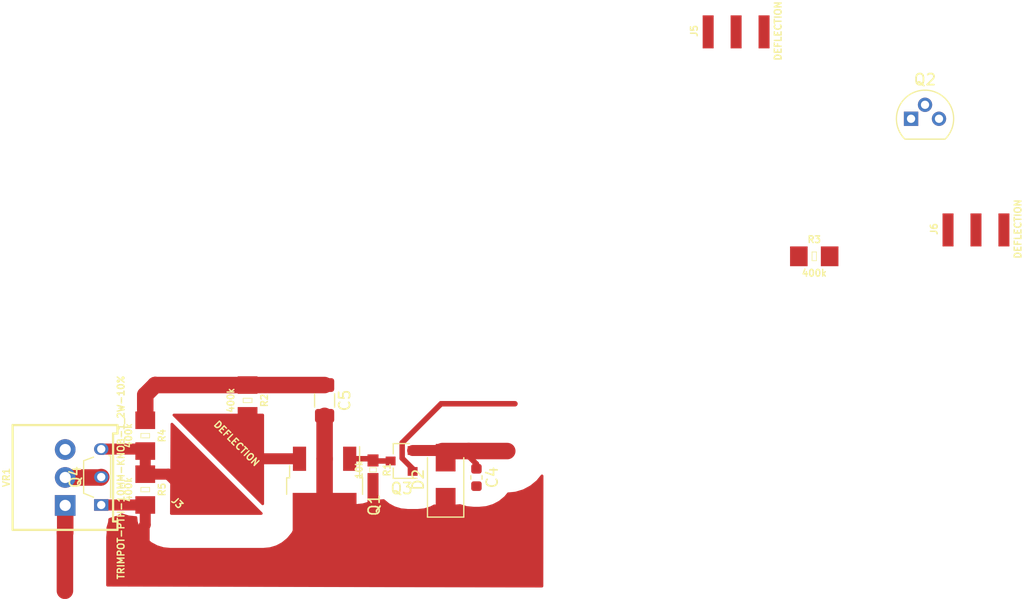
<source format=kicad_pcb>
(kicad_pcb (version 20171130) (host pcbnew 5.1.5+dfsg1-2~bpo9+1)

  (general
    (thickness 1.6)
    (drawings 0)
    (tracks 45)
    (zones 0)
    (modules 16)
    (nets 18)
  )

  (page A4)
  (layers
    (0 F.Cu signal)
    (31 B.Cu signal)
    (32 B.Adhes user)
    (33 F.Adhes user)
    (34 B.Paste user)
    (35 F.Paste user)
    (36 B.SilkS user)
    (37 F.SilkS user)
    (38 B.Mask user)
    (39 F.Mask user)
    (40 Dwgs.User user)
    (41 Cmts.User user)
    (42 Eco1.User user)
    (43 Eco2.User user)
    (44 Edge.Cuts user)
    (45 Margin user)
    (46 B.CrtYd user)
    (47 F.CrtYd user)
    (48 B.Fab user)
    (49 F.Fab user)
  )

  (setup
    (last_trace_width 0.25)
    (user_trace_width 0.5)
    (user_trace_width 1)
    (user_trace_width 1.5)
    (trace_clearance 0.2)
    (zone_clearance 0.5)
    (zone_45_only no)
    (trace_min 0.2)
    (via_size 0.8)
    (via_drill 0.4)
    (via_min_size 0.4)
    (via_min_drill 0.3)
    (uvia_size 0.3)
    (uvia_drill 0.1)
    (uvias_allowed no)
    (uvia_min_size 0.2)
    (uvia_min_drill 0.1)
    (edge_width 0.05)
    (segment_width 0.2)
    (pcb_text_width 0.3)
    (pcb_text_size 1.5 1.5)
    (mod_edge_width 0.12)
    (mod_text_size 1 1)
    (mod_text_width 0.15)
    (pad_size 1.524 1.524)
    (pad_drill 0.762)
    (pad_to_mask_clearance 0.051)
    (solder_mask_min_width 0.25)
    (aux_axis_origin 0 0)
    (visible_elements FFFFFF7F)
    (pcbplotparams
      (layerselection 0x010fc_ffffffff)
      (usegerberextensions false)
      (usegerberattributes false)
      (usegerberadvancedattributes false)
      (creategerberjobfile false)
      (excludeedgelayer true)
      (linewidth 0.150000)
      (plotframeref false)
      (viasonmask false)
      (mode 1)
      (useauxorigin false)
      (hpglpennumber 1)
      (hpglpenspeed 20)
      (hpglpendiameter 15.000000)
      (psnegative false)
      (psa4output false)
      (plotreference true)
      (plotvalue true)
      (plotinvisibletext false)
      (padsonsilk false)
      (subtractmaskfromsilk false)
      (outputformat 1)
      (mirror false)
      (drillshape 1)
      (scaleselection 1)
      (outputdirectory ""))
  )

  (net 0 "")
  (net 1 GND)
  (net 2 5V)
  (net 3 VSWEEP_SLOPE)
  (net 4 HV)
  (net 5 SWEEP)
  (net 6 HV_CENTER)
  (net 7 "Net-(Q1-Pad1)")
  (net 8 "Net-(J5-Pad3)")
  (net 9 "Net-(J5-Pad2)")
  (net 10 "Net-(J5-Pad1)")
  (net 11 "Net-(J6-Pad3)")
  (net 12 "Net-(J6-Pad2)")
  (net 13 "Net-(Q2-Pad2)")
  (net 14 "Net-(Q4-Pad2)")
  (net 15 "Net-(R3-Pad1)")
  (net 16 "Net-(VR1-Pad3)")
  (net 17 COAX)

  (net_class Default "This is the default net class."
    (clearance 0.2)
    (trace_width 0.25)
    (via_dia 0.8)
    (via_drill 0.4)
    (uvia_dia 0.3)
    (uvia_drill 0.1)
    (add_net 5V)
    (add_net COAX)
    (add_net GND)
    (add_net HV)
    (add_net HV_CENTER)
    (add_net "Net-(J5-Pad1)")
    (add_net "Net-(J5-Pad2)")
    (add_net "Net-(J5-Pad3)")
    (add_net "Net-(J6-Pad2)")
    (add_net "Net-(J6-Pad3)")
    (add_net "Net-(Q1-Pad1)")
    (add_net "Net-(Q2-Pad2)")
    (add_net "Net-(Q4-Pad2)")
    (add_net "Net-(R3-Pad1)")
    (add_net "Net-(VR1-Pad3)")
    (add_net SWEEP)
    (add_net VSWEEP_SLOPE)
  )

  (module Resistors:TRIMPOT-PTH-3386U (layer F.Cu) (tedit 200000) (tstamp 60040F30)
    (at 49.4127 40.7 90)
    (descr "TRIMPOT - PTH, TRIMPOT W/ FINGER-ADJUSTABLE KNOB")
    (tags "TRIMPOT - PTH, TRIMPOT W/ FINGER-ADJUSTABLE KNOB")
    (path /601243FF)
    (attr virtual)
    (fp_text reference VR1 (at 0 -5.334 90) (layer F.SilkS)
      (effects (font (size 0.6096 0.6096) (thickness 0.127)))
    )
    (fp_text value TRIMPOT-PTH-10MM-KNOB-1_2W-10% (at 0 5.08 90) (layer F.SilkS)
      (effects (font (size 0.6096 0.6096) (thickness 0.127)))
    )
    (fp_circle (center 0 -0.57404) (end 0 -4.572) (layer Dwgs.User) (width 0.127))
    (fp_line (start 3.99796 4.36372) (end 3.99796 4.7625) (layer F.SilkS) (width 0.2032))
    (fp_line (start -3.99796 4.36372) (end 3.99796 4.36372) (layer F.SilkS) (width 0.2032))
    (fp_line (start -3.99796 4.7625) (end -3.99796 4.36372) (layer F.SilkS) (width 0.2032))
    (fp_line (start 1.4986 -2.19964) (end 0 -3.69824) (layer Dwgs.User) (width 0.127))
    (fp_line (start 0 -3.69824) (end -1.4986 -2.19964) (layer Dwgs.User) (width 0.127))
    (fp_line (start 0.49784 -2.19964) (end 1.4986 -2.19964) (layer Dwgs.User) (width 0.127))
    (fp_line (start 0.49784 1.79832) (end 0.49784 -2.19964) (layer Dwgs.User) (width 0.127))
    (fp_line (start -0.49784 1.79832) (end 0.49784 1.79832) (layer Dwgs.User) (width 0.127))
    (fp_line (start -0.49784 -2.19964) (end -0.49784 1.79832) (layer Dwgs.User) (width 0.127))
    (fp_line (start -1.4986 -2.19964) (end -0.49784 -2.19964) (layer Dwgs.User) (width 0.127))
    (fp_line (start -4.7625 -4.7625) (end -4.7625 4.7625) (layer F.SilkS) (width 0.2032))
    (fp_line (start 4.7625 -4.7625) (end -4.7625 -4.7625) (layer F.SilkS) (width 0.2032))
    (fp_line (start 4.7625 4.7625) (end 4.7625 -4.7625) (layer F.SilkS) (width 0.2032))
    (fp_line (start 3.99796 4.7625) (end 4.7625 4.7625) (layer F.SilkS) (width 0.2032))
    (fp_line (start -4.7625 4.7625) (end -3.99796 4.7625) (layer F.SilkS) (width 0.2032))
    (pad 3 thru_hole circle (at 2.54 0.0127 90) (size 1.8796 1.8796) (drill 1.016) (layers *.Cu *.Mask)
      (net 16 "Net-(VR1-Pad3)") (solder_mask_margin 0.1016))
    (pad 2 thru_hole circle (at 0 0.0127 90) (size 1.8796 1.8796) (drill 1.016) (layers *.Cu *.Mask)
      (net 14 "Net-(Q4-Pad2)") (solder_mask_margin 0.1016))
    (pad 1 thru_hole rect (at -2.54 0.0127 90) (size 1.8796 1.8796) (drill 1.016) (layers *.Cu *.Mask)
      (net 2 5V) (solder_mask_margin 0.1016))
  )

  (module Capacitors:1206 (layer F.Cu) (tedit 200000) (tstamp 60040DD9)
    (at 56.699999 41.8 270)
    (descr "GENERIC 3216 (1206) PACKAGE")
    (tags "GENERIC 3216 (1206) PACKAGE")
    (path /60124DA1)
    (attr smd)
    (fp_text reference R5 (at 0 -1.524 90) (layer F.SilkS)
      (effects (font (size 0.6096 0.6096) (thickness 0.127)))
    )
    (fp_text value 400k (at 0 1.524 90) (layer F.SilkS)
      (effects (font (size 0.6096 0.6096) (thickness 0.127)))
    )
    (fp_line (start -0.96266 0.78486) (end 0.96266 0.78486) (layer Dwgs.User) (width 0.1016))
    (fp_line (start -0.96266 -0.78486) (end 0.96266 -0.78486) (layer Dwgs.User) (width 0.1016))
    (fp_line (start 2.39776 -1.09982) (end 2.39776 1.09982) (layer F.CrtYd) (width 0.0508))
    (fp_line (start -2.39776 1.09982) (end -2.39776 -1.09982) (layer F.CrtYd) (width 0.0508))
    (fp_line (start 2.39776 1.09982) (end -2.39776 1.09982) (layer F.CrtYd) (width 0.0508))
    (fp_line (start -2.39776 -1.09982) (end 2.39776 -1.09982) (layer F.CrtYd) (width 0.0508))
    (fp_line (start -0.19812 0.39878) (end -0.19812 -0.39878) (layer F.SilkS) (width 0.06604))
    (fp_line (start -0.19812 -0.39878) (end 0.19812 -0.39878) (layer F.SilkS) (width 0.06604))
    (fp_line (start 0.19812 0.39878) (end 0.19812 -0.39878) (layer F.SilkS) (width 0.06604))
    (fp_line (start -0.19812 0.39878) (end 0.19812 0.39878) (layer F.SilkS) (width 0.06604))
    (fp_line (start 0.94996 0.84836) (end 0.94996 -0.8509) (layer Dwgs.User) (width 0.06604))
    (fp_line (start 0.94996 -0.8509) (end 1.7018 -0.8509) (layer Dwgs.User) (width 0.06604))
    (fp_line (start 1.7018 0.84836) (end 1.7018 -0.8509) (layer Dwgs.User) (width 0.06604))
    (fp_line (start 0.94996 0.84836) (end 1.7018 0.84836) (layer Dwgs.User) (width 0.06604))
    (fp_line (start -1.7018 0.8509) (end -1.7018 -0.84836) (layer Dwgs.User) (width 0.06604))
    (fp_line (start -1.7018 -0.84836) (end -0.94996 -0.84836) (layer Dwgs.User) (width 0.06604))
    (fp_line (start -0.94996 0.8509) (end -0.94996 -0.84836) (layer Dwgs.User) (width 0.06604))
    (fp_line (start -1.7018 0.8509) (end -0.94996 0.8509) (layer Dwgs.User) (width 0.06604))
    (pad 2 smd rect (at 1.39954 0 270) (size 1.59766 1.79832) (layers F.Cu F.Paste F.Mask)
      (net 1 GND) (solder_mask_margin 0.1016))
    (pad 1 smd rect (at -1.39954 0 270) (size 1.59766 1.79832) (layers F.Cu F.Paste F.Mask)
      (net 6 HV_CENTER) (solder_mask_margin 0.1016))
  )

  (module Capacitors:1206 (layer F.Cu) (tedit 200000) (tstamp 60040DC1)
    (at 56.7 36.9 270)
    (descr "GENERIC 3216 (1206) PACKAGE")
    (tags "GENERIC 3216 (1206) PACKAGE")
    (path /601243F0)
    (attr smd)
    (fp_text reference R4 (at 0 -1.524 90) (layer F.SilkS)
      (effects (font (size 0.6096 0.6096) (thickness 0.127)))
    )
    (fp_text value 400k (at 0 1.524 90) (layer F.SilkS)
      (effects (font (size 0.6096 0.6096) (thickness 0.127)))
    )
    (fp_line (start -0.96266 0.78486) (end 0.96266 0.78486) (layer Dwgs.User) (width 0.1016))
    (fp_line (start -0.96266 -0.78486) (end 0.96266 -0.78486) (layer Dwgs.User) (width 0.1016))
    (fp_line (start 2.39776 -1.09982) (end 2.39776 1.09982) (layer F.CrtYd) (width 0.0508))
    (fp_line (start -2.39776 1.09982) (end -2.39776 -1.09982) (layer F.CrtYd) (width 0.0508))
    (fp_line (start 2.39776 1.09982) (end -2.39776 1.09982) (layer F.CrtYd) (width 0.0508))
    (fp_line (start -2.39776 -1.09982) (end 2.39776 -1.09982) (layer F.CrtYd) (width 0.0508))
    (fp_line (start -0.19812 0.39878) (end -0.19812 -0.39878) (layer F.SilkS) (width 0.06604))
    (fp_line (start -0.19812 -0.39878) (end 0.19812 -0.39878) (layer F.SilkS) (width 0.06604))
    (fp_line (start 0.19812 0.39878) (end 0.19812 -0.39878) (layer F.SilkS) (width 0.06604))
    (fp_line (start -0.19812 0.39878) (end 0.19812 0.39878) (layer F.SilkS) (width 0.06604))
    (fp_line (start 0.94996 0.84836) (end 0.94996 -0.8509) (layer Dwgs.User) (width 0.06604))
    (fp_line (start 0.94996 -0.8509) (end 1.7018 -0.8509) (layer Dwgs.User) (width 0.06604))
    (fp_line (start 1.7018 0.84836) (end 1.7018 -0.8509) (layer Dwgs.User) (width 0.06604))
    (fp_line (start 0.94996 0.84836) (end 1.7018 0.84836) (layer Dwgs.User) (width 0.06604))
    (fp_line (start -1.7018 0.8509) (end -1.7018 -0.84836) (layer Dwgs.User) (width 0.06604))
    (fp_line (start -1.7018 -0.84836) (end -0.94996 -0.84836) (layer Dwgs.User) (width 0.06604))
    (fp_line (start -0.94996 0.8509) (end -0.94996 -0.84836) (layer Dwgs.User) (width 0.06604))
    (fp_line (start -1.7018 0.8509) (end -0.94996 0.8509) (layer Dwgs.User) (width 0.06604))
    (pad 2 smd rect (at 1.39954 0 270) (size 1.59766 1.79832) (layers F.Cu F.Paste F.Mask)
      (net 6 HV_CENTER) (solder_mask_margin 0.1016))
    (pad 1 smd rect (at -1.39954 0 270) (size 1.59766 1.79832) (layers F.Cu F.Paste F.Mask)
      (net 4 HV) (solder_mask_margin 0.1016))
  )

  (module Capacitors:1206 (layer F.Cu) (tedit 200000) (tstamp 6003998B)
    (at 117.50046 20.6)
    (descr "GENERIC 3216 (1206) PACKAGE")
    (tags "GENERIC 3216 (1206) PACKAGE")
    (path /6005FDF7)
    (attr smd)
    (fp_text reference R3 (at 0 -1.524) (layer F.SilkS)
      (effects (font (size 0.6096 0.6096) (thickness 0.127)))
    )
    (fp_text value 400k (at 0 1.524) (layer F.SilkS)
      (effects (font (size 0.6096 0.6096) (thickness 0.127)))
    )
    (fp_line (start -0.96266 0.78486) (end 0.96266 0.78486) (layer Dwgs.User) (width 0.1016))
    (fp_line (start -0.96266 -0.78486) (end 0.96266 -0.78486) (layer Dwgs.User) (width 0.1016))
    (fp_line (start 2.39776 -1.09982) (end 2.39776 1.09982) (layer F.CrtYd) (width 0.0508))
    (fp_line (start -2.39776 1.09982) (end -2.39776 -1.09982) (layer F.CrtYd) (width 0.0508))
    (fp_line (start 2.39776 1.09982) (end -2.39776 1.09982) (layer F.CrtYd) (width 0.0508))
    (fp_line (start -2.39776 -1.09982) (end 2.39776 -1.09982) (layer F.CrtYd) (width 0.0508))
    (fp_line (start -0.19812 0.39878) (end -0.19812 -0.39878) (layer F.SilkS) (width 0.06604))
    (fp_line (start -0.19812 -0.39878) (end 0.19812 -0.39878) (layer F.SilkS) (width 0.06604))
    (fp_line (start 0.19812 0.39878) (end 0.19812 -0.39878) (layer F.SilkS) (width 0.06604))
    (fp_line (start -0.19812 0.39878) (end 0.19812 0.39878) (layer F.SilkS) (width 0.06604))
    (fp_line (start 0.94996 0.84836) (end 0.94996 -0.8509) (layer Dwgs.User) (width 0.06604))
    (fp_line (start 0.94996 -0.8509) (end 1.7018 -0.8509) (layer Dwgs.User) (width 0.06604))
    (fp_line (start 1.7018 0.84836) (end 1.7018 -0.8509) (layer Dwgs.User) (width 0.06604))
    (fp_line (start 0.94996 0.84836) (end 1.7018 0.84836) (layer Dwgs.User) (width 0.06604))
    (fp_line (start -1.7018 0.8509) (end -1.7018 -0.84836) (layer Dwgs.User) (width 0.06604))
    (fp_line (start -1.7018 -0.84836) (end -0.94996 -0.84836) (layer Dwgs.User) (width 0.06604))
    (fp_line (start -0.94996 0.8509) (end -0.94996 -0.84836) (layer Dwgs.User) (width 0.06604))
    (fp_line (start -1.7018 0.8509) (end -0.94996 0.8509) (layer Dwgs.User) (width 0.06604))
    (pad 2 smd rect (at 1.39954 0) (size 1.59766 1.79832) (layers F.Cu F.Paste F.Mask)
      (net 10 "Net-(J5-Pad1)") (solder_mask_margin 0.1016))
    (pad 1 smd rect (at -1.39954 0) (size 1.59766 1.79832) (layers F.Cu F.Paste F.Mask)
      (net 15 "Net-(R3-Pad1)") (solder_mask_margin 0.1016))
  )

  (module Capacitors:1206 (layer F.Cu) (tedit 200000) (tstamp 6003FEA6)
    (at 66 33.700001 270)
    (descr "GENERIC 3216 (1206) PACKAGE")
    (tags "GENERIC 3216 (1206) PACKAGE")
    (path /6011B840)
    (attr smd)
    (fp_text reference R2 (at 0 -1.524 90) (layer F.SilkS)
      (effects (font (size 0.6096 0.6096) (thickness 0.127)))
    )
    (fp_text value 400k (at 0 1.524 90) (layer F.SilkS)
      (effects (font (size 0.6096 0.6096) (thickness 0.127)))
    )
    (fp_line (start -0.96266 0.78486) (end 0.96266 0.78486) (layer Dwgs.User) (width 0.1016))
    (fp_line (start -0.96266 -0.78486) (end 0.96266 -0.78486) (layer Dwgs.User) (width 0.1016))
    (fp_line (start 2.39776 -1.09982) (end 2.39776 1.09982) (layer F.CrtYd) (width 0.0508))
    (fp_line (start -2.39776 1.09982) (end -2.39776 -1.09982) (layer F.CrtYd) (width 0.0508))
    (fp_line (start 2.39776 1.09982) (end -2.39776 1.09982) (layer F.CrtYd) (width 0.0508))
    (fp_line (start -2.39776 -1.09982) (end 2.39776 -1.09982) (layer F.CrtYd) (width 0.0508))
    (fp_line (start -0.19812 0.39878) (end -0.19812 -0.39878) (layer F.SilkS) (width 0.06604))
    (fp_line (start -0.19812 -0.39878) (end 0.19812 -0.39878) (layer F.SilkS) (width 0.06604))
    (fp_line (start 0.19812 0.39878) (end 0.19812 -0.39878) (layer F.SilkS) (width 0.06604))
    (fp_line (start -0.19812 0.39878) (end 0.19812 0.39878) (layer F.SilkS) (width 0.06604))
    (fp_line (start 0.94996 0.84836) (end 0.94996 -0.8509) (layer Dwgs.User) (width 0.06604))
    (fp_line (start 0.94996 -0.8509) (end 1.7018 -0.8509) (layer Dwgs.User) (width 0.06604))
    (fp_line (start 1.7018 0.84836) (end 1.7018 -0.8509) (layer Dwgs.User) (width 0.06604))
    (fp_line (start 0.94996 0.84836) (end 1.7018 0.84836) (layer Dwgs.User) (width 0.06604))
    (fp_line (start -1.7018 0.8509) (end -1.7018 -0.84836) (layer Dwgs.User) (width 0.06604))
    (fp_line (start -1.7018 -0.84836) (end -0.94996 -0.84836) (layer Dwgs.User) (width 0.06604))
    (fp_line (start -0.94996 0.8509) (end -0.94996 -0.84836) (layer Dwgs.User) (width 0.06604))
    (fp_line (start -1.7018 0.8509) (end -0.94996 0.8509) (layer Dwgs.User) (width 0.06604))
    (pad 2 smd rect (at 1.39954 0 270) (size 1.59766 1.79832) (layers F.Cu F.Paste F.Mask)
      (net 5 SWEEP) (solder_mask_margin 0.1016))
    (pad 1 smd rect (at -1.39954 0 270) (size 1.59766 1.79832) (layers F.Cu F.Paste F.Mask)
      (net 4 HV) (solder_mask_margin 0.1016))
  )

  (module Capacitors:0603 (layer F.Cu) (tedit 596180EF) (tstamp 6003AE72)
    (at 77.4 40 270)
    (descr "GENERIC 1608 (0603) PACKAGE")
    (tags "GENERIC 1608 (0603) PACKAGE")
    (path /600CCAFC)
    (attr smd)
    (fp_text reference R1 (at 0 -1.27 90) (layer F.SilkS)
      (effects (font (size 0.6096 0.6096) (thickness 0.127)))
    )
    (fp_text value 10k (at 0 1.27 90) (layer F.SilkS)
      (effects (font (size 0.6096 0.6096) (thickness 0.127)))
    )
    (fp_line (start -0.3556 0.41656) (end 0.3556 0.41656) (layer Dwgs.User) (width 0.1016))
    (fp_line (start -0.3556 -0.4318) (end 0.3556 -0.4318) (layer Dwgs.User) (width 0.1016))
    (fp_line (start -1.59766 0.6985) (end -1.59766 -0.6985) (layer F.CrtYd) (width 0.0508))
    (fp_line (start 1.59766 0.6985) (end -1.59766 0.6985) (layer F.CrtYd) (width 0.0508))
    (fp_line (start 1.59766 -0.6985) (end 1.59766 0.6985) (layer F.CrtYd) (width 0.0508))
    (fp_line (start -1.59766 -0.6985) (end 1.59766 -0.6985) (layer F.CrtYd) (width 0.0508))
    (fp_line (start -0.19812 0.29972) (end -0.19812 -0.29972) (layer F.SilkS) (width 0.06604))
    (fp_line (start -0.19812 -0.29972) (end 0.19812 -0.29972) (layer F.SilkS) (width 0.06604))
    (fp_line (start 0.19812 0.29972) (end 0.19812 -0.29972) (layer F.SilkS) (width 0.06604))
    (fp_line (start -0.19812 0.29972) (end 0.19812 0.29972) (layer F.SilkS) (width 0.06604))
    (fp_line (start 0.3302 0.4699) (end 0.3302 -0.48006) (layer Dwgs.User) (width 0.06604))
    (fp_line (start 0.3302 -0.48006) (end 0.82804 -0.48006) (layer Dwgs.User) (width 0.06604))
    (fp_line (start 0.82804 0.4699) (end 0.82804 -0.48006) (layer Dwgs.User) (width 0.06604))
    (fp_line (start 0.3302 0.4699) (end 0.82804 0.4699) (layer Dwgs.User) (width 0.06604))
    (fp_line (start -0.8382 0.4699) (end -0.8382 -0.48006) (layer Dwgs.User) (width 0.06604))
    (fp_line (start -0.8382 -0.48006) (end -0.33782 -0.48006) (layer Dwgs.User) (width 0.06604))
    (fp_line (start -0.33782 0.4699) (end -0.33782 -0.48006) (layer Dwgs.User) (width 0.06604))
    (fp_line (start -0.8382 0.4699) (end -0.33782 0.4699) (layer Dwgs.User) (width 0.06604))
    (pad 2 smd rect (at 0.84836 0 270) (size 1.09982 0.99822) (layers F.Cu F.Paste F.Mask)
      (net 1 GND) (solder_mask_margin 0.1016))
    (pad 1 smd rect (at -0.84836 0 270) (size 1.09982 0.99822) (layers F.Cu F.Paste F.Mask)
      (net 7 "Net-(Q1-Pad1)") (solder_mask_margin 0.1016))
  )

  (module Package_TO_SOT_THT:TO-92 (layer F.Cu) (tedit 5A279852) (tstamp 600398DD)
    (at 126.3 8.1)
    (descr "TO-92 leads molded, narrow, drill 0.75mm (see NXP sot054_po.pdf)")
    (tags "to-92 sc-43 sc-43a sot54 PA33 transistor")
    (path /6005FDF0)
    (fp_text reference Q2 (at 1.27 -3.56) (layer F.SilkS)
      (effects (font (size 1 1) (thickness 0.15)))
    )
    (fp_text value ZTX458 (at 1.27 2.79) (layer F.Fab)
      (effects (font (size 1 1) (thickness 0.15)))
    )
    (fp_arc (start 1.27 0) (end 1.27 -2.6) (angle 135) (layer F.SilkS) (width 0.12))
    (fp_arc (start 1.27 0) (end 1.27 -2.48) (angle -135) (layer F.Fab) (width 0.1))
    (fp_arc (start 1.27 0) (end 1.27 -2.6) (angle -135) (layer F.SilkS) (width 0.12))
    (fp_arc (start 1.27 0) (end 1.27 -2.48) (angle 135) (layer F.Fab) (width 0.1))
    (fp_line (start 4 2.01) (end -1.46 2.01) (layer F.CrtYd) (width 0.05))
    (fp_line (start 4 2.01) (end 4 -2.73) (layer F.CrtYd) (width 0.05))
    (fp_line (start -1.46 -2.73) (end -1.46 2.01) (layer F.CrtYd) (width 0.05))
    (fp_line (start -1.46 -2.73) (end 4 -2.73) (layer F.CrtYd) (width 0.05))
    (fp_line (start -0.5 1.75) (end 3 1.75) (layer F.Fab) (width 0.1))
    (fp_line (start -0.53 1.85) (end 3.07 1.85) (layer F.SilkS) (width 0.12))
    (fp_text user %R (at 1.27 -3.56) (layer F.Fab)
      (effects (font (size 1 1) (thickness 0.15)))
    )
    (pad 1 thru_hole rect (at 0 0 90) (size 1.3 1.3) (drill 0.75) (layers *.Cu *.Mask)
      (net 1 GND))
    (pad 3 thru_hole circle (at 2.54 0 90) (size 1.3 1.3) (drill 0.75) (layers *.Cu *.Mask)
      (net 10 "Net-(J5-Pad1)"))
    (pad 2 thru_hole circle (at 1.27 -1.27 90) (size 1.3 1.3) (drill 0.75) (layers *.Cu *.Mask)
      (net 13 "Net-(Q2-Pad2)"))
    (model ${KISYS3DMOD}/Package_TO_SOT_THT.3dshapes/TO-92.wrl
      (at (xyz 0 0 0))
      (scale (xyz 1 1 1))
      (rotate (xyz 0 0 0))
    )
  )

  (module Package_TO_SOT_THT:TO-92S_Wide (layer F.Cu) (tedit 5A279587) (tstamp 60040D64)
    (at 52.7 43.2 90)
    (descr "TO-92S_Wide package, drill 0.75mm (https://www.diodes.com/assets/Package-Files/TO92S%20(Type%20B).pdf)")
    (tags "TO-92S_Wide transistor")
    (path /601243E9)
    (fp_text reference Q4 (at 2.54 -2.35 90) (layer F.SilkS)
      (effects (font (size 1 1) (thickness 0.15)))
    )
    (fp_text value ZTX458 (at 2.42 1.8 90) (layer F.Fab)
      (effects (font (size 1 1) (thickness 0.15)))
    )
    (fp_line (start 0.67 0.75) (end 4.42 0.75) (layer F.Fab) (width 0.12))
    (fp_line (start 4.42 0.75) (end 4.57 0) (layer F.Fab) (width 0.12))
    (fp_line (start 4.57 0) (end 3.97 -1.55) (layer F.Fab) (width 0.12))
    (fp_line (start 0.67 0.75) (end 0.52 0) (layer F.Fab) (width 0.12))
    (fp_line (start 0.52 0) (end 1.12 -1.55) (layer F.Fab) (width 0.12))
    (fp_line (start 1.12 -1.55) (end 3.97 -1.55) (layer F.Fab) (width 0.12))
    (fp_line (start 0.62 0.85) (end 4.47 0.85) (layer F.SilkS) (width 0.12))
    (fp_line (start 4.47 0.85) (end 4.5 0.7) (layer F.SilkS) (width 0.12))
    (fp_line (start 4.35 -0.7) (end 4.02 -1.6) (layer F.SilkS) (width 0.12))
    (fp_line (start 4.02 -1.6) (end 1.07 -1.6) (layer F.SilkS) (width 0.12))
    (fp_line (start 1.07 -1.6) (end 0.7 -0.7) (layer F.SilkS) (width 0.12))
    (fp_line (start 0.52 1) (end 4.57 1) (layer F.CrtYd) (width 0.05))
    (fp_line (start 4.57 1) (end 4.65 0.85) (layer F.CrtYd) (width 0.05))
    (fp_line (start 4.5 -0.85) (end 4.12 -1.8) (layer F.CrtYd) (width 0.05))
    (fp_line (start 4.12 -1.8) (end 0.97 -1.8) (layer F.CrtYd) (width 0.05))
    (fp_line (start 4.5 -0.85) (end 5.85 -0.85) (layer F.CrtYd) (width 0.05))
    (fp_line (start 5.85 -0.85) (end 5.85 0.85) (layer F.CrtYd) (width 0.05))
    (fp_line (start 5.85 0.85) (end 4.65 0.85) (layer F.CrtYd) (width 0.05))
    (fp_line (start 0.51 1) (end 0.43 0.85) (layer B.CrtYd) (width 0.05))
    (fp_line (start 0.58 -0.85) (end 0.96 -1.8) (layer B.CrtYd) (width 0.05))
    (fp_line (start 0.58 -0.85) (end -0.7 -0.85) (layer B.CrtYd) (width 0.05))
    (fp_line (start -0.7 -0.85) (end -0.7 0.85) (layer B.CrtYd) (width 0.05))
    (fp_line (start -0.7 0.85) (end 0.43 0.85) (layer B.CrtYd) (width 0.05))
    (fp_text user %R (at 2.54 -2.35 90) (layer F.Fab)
      (effects (font (size 1 1) (thickness 0.15)))
    )
    (pad 1 thru_hole rect (at 0 0 270) (size 1.05 1.3) (drill 0.75) (layers *.Cu *.Mask)
      (net 1 GND))
    (pad 3 thru_hole oval (at 5.08 0 270) (size 1.05 1.3) (drill 0.75) (layers *.Cu *.Mask)
      (net 6 HV_CENTER))
    (pad 2 thru_hole oval (at 2.54 0 270) (size 1.05 1.3) (drill 0.75) (layers *.Cu *.Mask)
      (net 14 "Net-(Q4-Pad2)"))
    (model ${KISYS3DMOD}/Package_TO_SOT_THT.3dshapes/TO-92S_Wide.wrl
      (at (xyz 0 0 0))
      (scale (xyz 1 1 1))
      (rotate (xyz 0 0 0))
    )
  )

  (module Connectors2:1X03_SMD_RA_MALE (layer F.Cu) (tedit 5963D23B) (tstamp 60039759)
    (at 132.2 23.2)
    (descr "SMD- 3 PIN RIGHT ANGLE MALE HEADERS")
    (tags "SMD- 3 PIN RIGHT ANGLE MALE HEADERS")
    (path /6005D45D)
    (attr smd)
    (fp_text reference J6 (at -3.81 -5.08 90) (layer F.SilkS)
      (effects (font (size 0.6096 0.6096) (thickness 0.127)))
    )
    (fp_text value DEFLECTION (at 3.81 -5.08 90) (layer F.SilkS)
      (effects (font (size 0.6096 0.6096) (thickness 0.127)))
    )
    (fp_line (start -2.54762 1.24968) (end -2.54762 7.24916) (layer Dwgs.User) (width 0.127))
    (fp_line (start -0.00762 1.24968) (end -0.00762 7.24916) (layer Dwgs.User) (width 0.127))
    (fp_line (start 2.52984 1.24968) (end 2.52984 7.24916) (layer Dwgs.User) (width 0.127))
    (fp_line (start 3.81 1.24968) (end 3.81 -1.24968) (layer Dwgs.User) (width 0.1778))
    (fp_line (start -2.54762 1.24968) (end -3.81 1.24968) (layer Dwgs.User) (width 0.1778))
    (fp_line (start -0.00762 1.24968) (end -2.54762 1.24968) (layer Dwgs.User) (width 0.1778))
    (fp_line (start 2.52984 1.24968) (end -0.00762 1.24968) (layer Dwgs.User) (width 0.1778))
    (fp_line (start 3.81 1.24968) (end 2.52984 1.24968) (layer Dwgs.User) (width 0.1778))
    (fp_line (start -3.81 -1.24968) (end -3.81 1.24968) (layer Dwgs.User) (width 0.1778))
    (fp_line (start 3.81 -1.24968) (end -3.81 -1.24968) (layer Dwgs.User) (width 0.1778))
    (pad 3 smd rect (at 2.54 -4.99872 90) (size 2.99974 0.99822) (layers F.Cu F.Paste F.Mask)
      (net 11 "Net-(J6-Pad3)") (solder_mask_margin 0.1016))
    (pad 2 smd rect (at 0 -4.99872 90) (size 2.99974 0.99822) (layers F.Cu F.Paste F.Mask)
      (net 12 "Net-(J6-Pad2)") (solder_mask_margin 0.1016))
    (pad 1 smd rect (at -2.54 -4.99872 90) (size 2.99974 0.99822) (layers F.Cu F.Paste F.Mask)
      (net 3 VSWEEP_SLOPE) (solder_mask_margin 0.1016))
  )

  (module Connectors2:1X03_SMD_RA_MALE (layer F.Cu) (tedit 5963D23B) (tstamp 60039789)
    (at 110.4 5.2)
    (descr "SMD- 3 PIN RIGHT ANGLE MALE HEADERS")
    (tags "SMD- 3 PIN RIGHT ANGLE MALE HEADERS")
    (path /6005FE03)
    (attr smd)
    (fp_text reference J5 (at -3.81 -5.08 90) (layer F.SilkS)
      (effects (font (size 0.6096 0.6096) (thickness 0.127)))
    )
    (fp_text value DEFLECTION (at 3.81 -5.08 90) (layer F.SilkS)
      (effects (font (size 0.6096 0.6096) (thickness 0.127)))
    )
    (fp_line (start -2.54762 1.24968) (end -2.54762 7.24916) (layer Dwgs.User) (width 0.127))
    (fp_line (start -0.00762 1.24968) (end -0.00762 7.24916) (layer Dwgs.User) (width 0.127))
    (fp_line (start 2.52984 1.24968) (end 2.52984 7.24916) (layer Dwgs.User) (width 0.127))
    (fp_line (start 3.81 1.24968) (end 3.81 -1.24968) (layer Dwgs.User) (width 0.1778))
    (fp_line (start -2.54762 1.24968) (end -3.81 1.24968) (layer Dwgs.User) (width 0.1778))
    (fp_line (start -0.00762 1.24968) (end -2.54762 1.24968) (layer Dwgs.User) (width 0.1778))
    (fp_line (start 2.52984 1.24968) (end -0.00762 1.24968) (layer Dwgs.User) (width 0.1778))
    (fp_line (start 3.81 1.24968) (end 2.52984 1.24968) (layer Dwgs.User) (width 0.1778))
    (fp_line (start -3.81 -1.24968) (end -3.81 1.24968) (layer Dwgs.User) (width 0.1778))
    (fp_line (start 3.81 -1.24968) (end -3.81 -1.24968) (layer Dwgs.User) (width 0.1778))
    (pad 3 smd rect (at 2.54 -4.99872 90) (size 2.99974 0.99822) (layers F.Cu F.Paste F.Mask)
      (net 8 "Net-(J5-Pad3)") (solder_mask_margin 0.1016))
    (pad 2 smd rect (at 0 -4.99872 90) (size 2.99974 0.99822) (layers F.Cu F.Paste F.Mask)
      (net 9 "Net-(J5-Pad2)") (solder_mask_margin 0.1016))
    (pad 1 smd rect (at -2.54 -4.99872 90) (size 2.99974 0.99822) (layers F.Cu F.Paste F.Mask)
      (net 10 "Net-(J5-Pad1)") (solder_mask_margin 0.1016))
  )

  (module Package_TO_SOT_SMD:TO-252-3_TabPin2 (layer F.Cu) (tedit 5A70F30B) (tstamp 60018FE5)
    (at 73 43.199999 270)
    (descr "TO-252 / DPAK SMD package, http://www.infineon.com/cms/en/product/packages/PG-TO252/PG-TO252-3-1/")
    (tags "DPAK TO-252 DPAK-3 TO-252-3 SOT-428")
    (path /6004F66F)
    (attr smd)
    (fp_text reference Q1 (at 0 -4.5 90) (layer F.SilkS)
      (effects (font (size 1 1) (thickness 0.15)))
    )
    (fp_text value TSM2N100CHC5G (at 0 4.5 90) (layer F.Fab)
      (effects (font (size 1 1) (thickness 0.15)))
    )
    (fp_text user %R (at 0 0 90) (layer F.Fab)
      (effects (font (size 1 1) (thickness 0.15)))
    )
    (fp_line (start 5.55 -3.5) (end -5.55 -3.5) (layer F.CrtYd) (width 0.05))
    (fp_line (start 5.55 3.5) (end 5.55 -3.5) (layer F.CrtYd) (width 0.05))
    (fp_line (start -5.55 3.5) (end 5.55 3.5) (layer F.CrtYd) (width 0.05))
    (fp_line (start -5.55 -3.5) (end -5.55 3.5) (layer F.CrtYd) (width 0.05))
    (fp_line (start -2.47 3.18) (end -3.57 3.18) (layer F.SilkS) (width 0.12))
    (fp_line (start -2.47 3.45) (end -2.47 3.18) (layer F.SilkS) (width 0.12))
    (fp_line (start -0.97 3.45) (end -2.47 3.45) (layer F.SilkS) (width 0.12))
    (fp_line (start -2.47 -3.18) (end -5.3 -3.18) (layer F.SilkS) (width 0.12))
    (fp_line (start -2.47 -3.45) (end -2.47 -3.18) (layer F.SilkS) (width 0.12))
    (fp_line (start -0.97 -3.45) (end -2.47 -3.45) (layer F.SilkS) (width 0.12))
    (fp_line (start -4.97 2.655) (end -2.27 2.655) (layer F.Fab) (width 0.1))
    (fp_line (start -4.97 1.905) (end -4.97 2.655) (layer F.Fab) (width 0.1))
    (fp_line (start -2.27 1.905) (end -4.97 1.905) (layer F.Fab) (width 0.1))
    (fp_line (start -4.97 0.375) (end -2.27 0.375) (layer F.Fab) (width 0.1))
    (fp_line (start -4.97 -0.375) (end -4.97 0.375) (layer F.Fab) (width 0.1))
    (fp_line (start -2.27 -0.375) (end -4.97 -0.375) (layer F.Fab) (width 0.1))
    (fp_line (start -4.97 -1.905) (end -2.27 -1.905) (layer F.Fab) (width 0.1))
    (fp_line (start -4.97 -2.655) (end -4.97 -1.905) (layer F.Fab) (width 0.1))
    (fp_line (start -1.865 -2.655) (end -4.97 -2.655) (layer F.Fab) (width 0.1))
    (fp_line (start -1.27 -3.25) (end 3.95 -3.25) (layer F.Fab) (width 0.1))
    (fp_line (start -2.27 -2.25) (end -1.27 -3.25) (layer F.Fab) (width 0.1))
    (fp_line (start -2.27 3.25) (end -2.27 -2.25) (layer F.Fab) (width 0.1))
    (fp_line (start 3.95 3.25) (end -2.27 3.25) (layer F.Fab) (width 0.1))
    (fp_line (start 3.95 -3.25) (end 3.95 3.25) (layer F.Fab) (width 0.1))
    (fp_line (start 4.95 2.7) (end 3.95 2.7) (layer F.Fab) (width 0.1))
    (fp_line (start 4.95 -2.7) (end 4.95 2.7) (layer F.Fab) (width 0.1))
    (fp_line (start 3.95 -2.7) (end 4.95 -2.7) (layer F.Fab) (width 0.1))
    (pad "" smd rect (at 0.425 1.525 270) (size 3.05 2.75) (layers F.Paste))
    (pad "" smd rect (at 3.775 -1.525 270) (size 3.05 2.75) (layers F.Paste))
    (pad "" smd rect (at 0.425 -1.525 270) (size 3.05 2.75) (layers F.Paste))
    (pad "" smd rect (at 3.775 1.525 270) (size 3.05 2.75) (layers F.Paste))
    (pad 2 smd rect (at 2.1 0 270) (size 6.4 5.8) (layers F.Cu F.Mask)
      (net 1 GND))
    (pad 3 smd rect (at -4.2 2.28 270) (size 2.2 1.2) (layers F.Cu F.Paste F.Mask)
      (net 5 SWEEP))
    (pad 2 smd rect (at -4.2 0 270) (size 2.2 1.2) (layers F.Cu F.Paste F.Mask)
      (net 1 GND))
    (pad 1 smd rect (at -4.2 -2.28 270) (size 2.2 1.2) (layers F.Cu F.Paste F.Mask)
      (net 7 "Net-(Q1-Pad1)"))
    (model ${KISYS3DMOD}/Package_TO_SOT_SMD.3dshapes/TO-252-3_TabPin2.wrl
      (at (xyz 0 0 0))
      (scale (xyz 1 1 1))
      (rotate (xyz 0 0 0))
    )
  )

  (module Package_TO_SOT_SMD:SOT-23 (layer F.Cu) (tedit 5A02FF57) (tstamp 600180F4)
    (at 80 39.2 180)
    (descr "SOT-23, Standard")
    (tags SOT-23)
    (path /5EFA7A24)
    (attr smd)
    (fp_text reference Q3 (at 0 -2.5) (layer F.SilkS)
      (effects (font (size 1 1) (thickness 0.15)))
    )
    (fp_text value BSS84 (at 0 2.5) (layer F.Fab)
      (effects (font (size 1 1) (thickness 0.15)))
    )
    (fp_line (start 0.76 1.58) (end -0.7 1.58) (layer F.SilkS) (width 0.12))
    (fp_line (start 0.76 -1.58) (end -1.4 -1.58) (layer F.SilkS) (width 0.12))
    (fp_line (start -1.7 1.75) (end -1.7 -1.75) (layer F.CrtYd) (width 0.05))
    (fp_line (start 1.7 1.75) (end -1.7 1.75) (layer F.CrtYd) (width 0.05))
    (fp_line (start 1.7 -1.75) (end 1.7 1.75) (layer F.CrtYd) (width 0.05))
    (fp_line (start -1.7 -1.75) (end 1.7 -1.75) (layer F.CrtYd) (width 0.05))
    (fp_line (start 0.76 -1.58) (end 0.76 -0.65) (layer F.SilkS) (width 0.12))
    (fp_line (start 0.76 1.58) (end 0.76 0.65) (layer F.SilkS) (width 0.12))
    (fp_line (start -0.7 1.52) (end 0.7 1.52) (layer F.Fab) (width 0.1))
    (fp_line (start 0.7 -1.52) (end 0.7 1.52) (layer F.Fab) (width 0.1))
    (fp_line (start -0.7 -0.95) (end -0.15 -1.52) (layer F.Fab) (width 0.1))
    (fp_line (start -0.15 -1.52) (end 0.7 -1.52) (layer F.Fab) (width 0.1))
    (fp_line (start -0.7 -0.95) (end -0.7 1.5) (layer F.Fab) (width 0.1))
    (fp_text user %R (at 0 0 90) (layer F.Fab)
      (effects (font (size 0.5 0.5) (thickness 0.075)))
    )
    (pad 3 smd rect (at 1 0 180) (size 0.9 0.8) (layers F.Cu F.Paste F.Mask)
      (net 7 "Net-(Q1-Pad1)"))
    (pad 2 smd rect (at -1 0.95 180) (size 0.9 0.8) (layers F.Cu F.Paste F.Mask)
      (net 3 VSWEEP_SLOPE))
    (pad 1 smd rect (at -1 -0.95 180) (size 0.9 0.8) (layers F.Cu F.Paste F.Mask)
      (net 17 COAX))
    (model ${KISYS3DMOD}/Package_TO_SOT_SMD.3dshapes/SOT-23.wrl
      (at (xyz 0 0 0))
      (scale (xyz 1 1 1))
      (rotate (xyz 0 0 0))
    )
  )

  (module Connectors2:1X03_SMD_RA_MALE (layer F.Cu) (tedit 5963D23B) (tstamp 600180CE)
    (at 65.9 43.9 45)
    (descr "SMD- 3 PIN RIGHT ANGLE MALE HEADERS")
    (tags "SMD- 3 PIN RIGHT ANGLE MALE HEADERS")
    (path /6000BAFF)
    (attr smd)
    (fp_text reference J3 (at -3.81 -5.08 135) (layer F.SilkS)
      (effects (font (size 0.6096 0.6096) (thickness 0.127)))
    )
    (fp_text value DEFLECTION (at 3.81 -5.08 135) (layer F.SilkS)
      (effects (font (size 0.6096 0.6096) (thickness 0.127)))
    )
    (fp_line (start -2.54762 1.24968) (end -2.54762 7.24916) (layer Dwgs.User) (width 0.127))
    (fp_line (start -0.00762 1.24968) (end -0.00762 7.24916) (layer Dwgs.User) (width 0.127))
    (fp_line (start 2.52984 1.24968) (end 2.52984 7.24916) (layer Dwgs.User) (width 0.127))
    (fp_line (start 3.81 1.24968) (end 3.81 -1.24968) (layer Dwgs.User) (width 0.1778))
    (fp_line (start -2.54762 1.24968) (end -3.81 1.24968) (layer Dwgs.User) (width 0.1778))
    (fp_line (start -0.00762 1.24968) (end -2.54762 1.24968) (layer Dwgs.User) (width 0.1778))
    (fp_line (start 2.52984 1.24968) (end -0.00762 1.24968) (layer Dwgs.User) (width 0.1778))
    (fp_line (start 3.81 1.24968) (end 2.52984 1.24968) (layer Dwgs.User) (width 0.1778))
    (fp_line (start -3.81 -1.24968) (end -3.81 1.24968) (layer Dwgs.User) (width 0.1778))
    (fp_line (start 3.81 -1.24968) (end -3.81 -1.24968) (layer Dwgs.User) (width 0.1778))
    (pad 3 smd rect (at 2.54 -4.99872 135) (size 2.99974 0.99822) (layers F.Cu F.Paste F.Mask)
      (net 5 SWEEP) (solder_mask_margin 0.1016))
    (pad 2 smd rect (at 0 -4.99872 135) (size 2.99974 0.99822) (layers F.Cu F.Paste F.Mask)
      (net 6 HV_CENTER) (solder_mask_margin 0.1016))
    (pad 1 smd rect (at -2.54 -4.99872 135) (size 2.99974 0.99822) (layers F.Cu F.Paste F.Mask)
      (net 6 HV_CENTER) (solder_mask_margin 0.1016))
  )

  (module Diode_SMD:D_SMA (layer F.Cu) (tedit 586432E5) (tstamp 60018068)
    (at 84 40.899999 90)
    (descr "Diode SMA (DO-214AC)")
    (tags "Diode SMA (DO-214AC)")
    (path /600141F5)
    (attr smd)
    (fp_text reference D2 (at 0 -2.5 90) (layer F.SilkS)
      (effects (font (size 1 1) (thickness 0.15)))
    )
    (fp_text value D_TVS (at 0 2.6 90) (layer F.Fab)
      (effects (font (size 1 1) (thickness 0.15)))
    )
    (fp_line (start -3.4 -1.65) (end 2 -1.65) (layer F.SilkS) (width 0.12))
    (fp_line (start -3.4 1.65) (end 2 1.65) (layer F.SilkS) (width 0.12))
    (fp_line (start -0.64944 0.00102) (end 0.50118 -0.79908) (layer F.Fab) (width 0.1))
    (fp_line (start -0.64944 0.00102) (end 0.50118 0.75032) (layer F.Fab) (width 0.1))
    (fp_line (start 0.50118 0.75032) (end 0.50118 -0.79908) (layer F.Fab) (width 0.1))
    (fp_line (start -0.64944 -0.79908) (end -0.64944 0.80112) (layer F.Fab) (width 0.1))
    (fp_line (start 0.50118 0.00102) (end 1.4994 0.00102) (layer F.Fab) (width 0.1))
    (fp_line (start -0.64944 0.00102) (end -1.55114 0.00102) (layer F.Fab) (width 0.1))
    (fp_line (start -3.5 1.75) (end -3.5 -1.75) (layer F.CrtYd) (width 0.05))
    (fp_line (start 3.5 1.75) (end -3.5 1.75) (layer F.CrtYd) (width 0.05))
    (fp_line (start 3.5 -1.75) (end 3.5 1.75) (layer F.CrtYd) (width 0.05))
    (fp_line (start -3.5 -1.75) (end 3.5 -1.75) (layer F.CrtYd) (width 0.05))
    (fp_line (start 2.3 -1.5) (end -2.3 -1.5) (layer F.Fab) (width 0.1))
    (fp_line (start 2.3 -1.5) (end 2.3 1.5) (layer F.Fab) (width 0.1))
    (fp_line (start -2.3 1.5) (end -2.3 -1.5) (layer F.Fab) (width 0.1))
    (fp_line (start 2.3 1.5) (end -2.3 1.5) (layer F.Fab) (width 0.1))
    (fp_line (start -3.4 -1.65) (end -3.4 1.65) (layer F.SilkS) (width 0.12))
    (fp_text user %R (at 0 -2.5 90) (layer F.Fab)
      (effects (font (size 1 1) (thickness 0.15)))
    )
    (pad 2 smd rect (at 2 0 90) (size 2.5 1.8) (layers F.Cu F.Paste F.Mask)
      (net 3 VSWEEP_SLOPE))
    (pad 1 smd rect (at -2 0 90) (size 2.5 1.8) (layers F.Cu F.Paste F.Mask)
      (net 1 GND))
    (model ${KISYS3DMOD}/Diode_SMD.3dshapes/D_SMA.wrl
      (at (xyz 0 0 0))
      (scale (xyz 1 1 1))
      (rotate (xyz 0 0 0))
    )
  )

  (module Capacitor_SMD:C_1206_3216Metric (layer F.Cu) (tedit 5B301BBE) (tstamp 60018038)
    (at 73 33.7 270)
    (descr "Capacitor SMD 1206 (3216 Metric), square (rectangular) end terminal, IPC_7351 nominal, (Body size source: http://www.tortai-tech.com/upload/download/2011102023233369053.pdf), generated with kicad-footprint-generator")
    (tags capacitor)
    (path /6003E7B8)
    (attr smd)
    (fp_text reference C5 (at 0 -1.82 90) (layer F.SilkS)
      (effects (font (size 1 1) (thickness 0.15)))
    )
    (fp_text value "50 pF" (at 0 1.82 90) (layer F.Fab)
      (effects (font (size 1 1) (thickness 0.15)))
    )
    (fp_text user %R (at 0 0 90) (layer F.Fab)
      (effects (font (size 0.8 0.8) (thickness 0.12)))
    )
    (fp_line (start 2.28 1.12) (end -2.28 1.12) (layer F.CrtYd) (width 0.05))
    (fp_line (start 2.28 -1.12) (end 2.28 1.12) (layer F.CrtYd) (width 0.05))
    (fp_line (start -2.28 -1.12) (end 2.28 -1.12) (layer F.CrtYd) (width 0.05))
    (fp_line (start -2.28 1.12) (end -2.28 -1.12) (layer F.CrtYd) (width 0.05))
    (fp_line (start -0.602064 0.91) (end 0.602064 0.91) (layer F.SilkS) (width 0.12))
    (fp_line (start -0.602064 -0.91) (end 0.602064 -0.91) (layer F.SilkS) (width 0.12))
    (fp_line (start 1.6 0.8) (end -1.6 0.8) (layer F.Fab) (width 0.1))
    (fp_line (start 1.6 -0.8) (end 1.6 0.8) (layer F.Fab) (width 0.1))
    (fp_line (start -1.6 -0.8) (end 1.6 -0.8) (layer F.Fab) (width 0.1))
    (fp_line (start -1.6 0.8) (end -1.6 -0.8) (layer F.Fab) (width 0.1))
    (pad 2 smd roundrect (at 1.4 0 270) (size 1.25 1.75) (layers F.Cu F.Paste F.Mask) (roundrect_rratio 0.2)
      (net 1 GND))
    (pad 1 smd roundrect (at -1.4 0 270) (size 1.25 1.75) (layers F.Cu F.Paste F.Mask) (roundrect_rratio 0.2)
      (net 4 HV))
    (model ${KISYS3DMOD}/Capacitor_SMD.3dshapes/C_1206_3216Metric.wrl
      (at (xyz 0 0 0))
      (scale (xyz 1 1 1))
      (rotate (xyz 0 0 0))
    )
  )

  (module Capacitor_SMD:C_0603_1608Metric (layer F.Cu) (tedit 5B301BBE) (tstamp 60018027)
    (at 86.8 40.7 270)
    (descr "Capacitor SMD 0603 (1608 Metric), square (rectangular) end terminal, IPC_7351 nominal, (Body size source: http://www.tortai-tech.com/upload/download/2011102023233369053.pdf), generated with kicad-footprint-generator")
    (tags capacitor)
    (path /5FFF11E3)
    (attr smd)
    (fp_text reference C4 (at 0 -1.43 90) (layer F.SilkS)
      (effects (font (size 1 1) (thickness 0.15)))
    )
    (fp_text value "0.1 uF" (at 0 1.43 90) (layer F.Fab)
      (effects (font (size 1 1) (thickness 0.15)))
    )
    (fp_text user %R (at 0 0 90) (layer F.Fab)
      (effects (font (size 0.4 0.4) (thickness 0.06)))
    )
    (fp_line (start 1.48 0.73) (end -1.48 0.73) (layer F.CrtYd) (width 0.05))
    (fp_line (start 1.48 -0.73) (end 1.48 0.73) (layer F.CrtYd) (width 0.05))
    (fp_line (start -1.48 -0.73) (end 1.48 -0.73) (layer F.CrtYd) (width 0.05))
    (fp_line (start -1.48 0.73) (end -1.48 -0.73) (layer F.CrtYd) (width 0.05))
    (fp_line (start -0.162779 0.51) (end 0.162779 0.51) (layer F.SilkS) (width 0.12))
    (fp_line (start -0.162779 -0.51) (end 0.162779 -0.51) (layer F.SilkS) (width 0.12))
    (fp_line (start 0.8 0.4) (end -0.8 0.4) (layer F.Fab) (width 0.1))
    (fp_line (start 0.8 -0.4) (end 0.8 0.4) (layer F.Fab) (width 0.1))
    (fp_line (start -0.8 -0.4) (end 0.8 -0.4) (layer F.Fab) (width 0.1))
    (fp_line (start -0.8 0.4) (end -0.8 -0.4) (layer F.Fab) (width 0.1))
    (pad 2 smd roundrect (at 0.7875 0 270) (size 0.875 0.95) (layers F.Cu F.Paste F.Mask) (roundrect_rratio 0.25)
      (net 1 GND))
    (pad 1 smd roundrect (at -0.7875 0 270) (size 0.875 0.95) (layers F.Cu F.Paste F.Mask) (roundrect_rratio 0.25)
      (net 3 VSWEEP_SLOPE))
    (model ${KISYS3DMOD}/Capacitor_SMD.3dshapes/C_0603_1608Metric.wrl
      (at (xyz 0 0 0))
      (scale (xyz 1 1 1))
      (rotate (xyz 0 0 0))
    )
  )

  (segment (start 73 39) (end 73 45.3) (width 1.5) (layer F.Cu) (net 1))
  (segment (start 56.69954 43.2) (end 56.7 43.19954) (width 1) (layer F.Cu) (net 1))
  (segment (start 52.7 43.2) (end 56.69954 43.2) (width 1) (layer F.Cu) (net 1))
  (segment (start 73 39) (end 73 35.100001) (width 1.5) (layer F.Cu) (net 1))
  (segment (start 77.4 40.84836) (end 77.4 42.39827) (width 1) (layer F.Cu) (net 1))
  (segment (start 77.4 42.39827) (end 77.4 45.9) (width 1) (layer F.Cu) (net 1))
  (segment (start 56.7 44.998371) (end 56.6 45.09837) (width 1) (layer F.Cu) (net 1))
  (segment (start 56.7 43.19954) (end 56.7 44.998371) (width 1) (layer F.Cu) (net 1))
  (segment (start 56.6 45.09837) (end 56.6 48) (width 1) (layer F.Cu) (net 1))
  (segment (start 49.4254 45.679799) (end 49.4 45.705199) (width 1.5) (layer F.Cu) (net 2))
  (segment (start 49.4254 43.24) (end 49.4254 45.679799) (width 1.5) (layer F.Cu) (net 2))
  (segment (start 49.4 45.705199) (end 49.4 50.999999) (width 1.5) (layer F.Cu) (net 2))
  (segment (start 83.65 38.25) (end 83.7 38.3) (width 1) (layer F.Cu) (net 3))
  (segment (start 81 38.25) (end 83.65 38.25) (width 1) (layer F.Cu) (net 3))
  (segment (start 83.7 38.3) (end 85.199999 38.3) (width 1) (layer F.Cu) (net 3))
  (segment (start 83.7 38.3) (end 86.1 38.3) (width 1.5) (layer F.Cu) (net 3))
  (segment (start 86.1 38.3) (end 89.6 38.3) (width 1.5) (layer F.Cu) (net 3))
  (segment (start 86.1 38.775) (end 86.1 38.3) (width 0.5) (layer F.Cu) (net 3))
  (segment (start 86.8 39.475) (end 86.1 38.775) (width 0.5) (layer F.Cu) (net 3))
  (segment (start 86.800001 39.9125) (end 86.8 39.475) (width 0.5) (layer F.Cu) (net 3))
  (segment (start 66.00046 32.3) (end 66 32.30046) (width 1.5) (layer F.Cu) (net 4))
  (segment (start 73 32.300001) (end 66.00046 32.3) (width 1.5) (layer F.Cu) (net 4))
  (segment (start 56.7 33.20163) (end 57.601631 32.3) (width 1.5) (layer F.Cu) (net 4))
  (segment (start 56.7 35.50046) (end 56.7 33.20163) (width 1.5) (layer F.Cu) (net 4))
  (segment (start 57.60209 32.30046) (end 66 32.30046) (width 1.5) (layer F.Cu) (net 4))
  (segment (start 57.601631 32.3) (end 57.60209 32.30046) (width 1.5) (layer F.Cu) (net 4))
  (segment (start 63.399999 37.807898) (end 64.161422 38.56932) (width 1) (layer F.Cu) (net 5))
  (segment (start 64.592102 39) (end 64.161422 38.56932) (width 1) (layer F.Cu) (net 5))
  (segment (start 70.720001 39) (end 64.592102 39) (width 1) (layer F.Cu) (net 5))
  (segment (start 56.52046 38.120001) (end 56.699999 38.29954) (width 1) (layer F.Cu) (net 6))
  (segment (start 52.7 38.12) (end 56.52046 38.120001) (width 1) (layer F.Cu) (net 6))
  (segment (start 56.7 40.40046) (end 56.699999 38.29954) (width 1) (layer F.Cu) (net 6))
  (segment (start 58.808358 40.40046) (end 60.56932 42.161422) (width 1) (layer F.Cu) (net 6))
  (segment (start 56.7 40.40046) (end 58.808358 40.40046) (width 1) (layer F.Cu) (net 6))
  (segment (start 77.24836 39) (end 77.4 39.15164) (width 0.5) (layer F.Cu) (net 7))
  (segment (start 75.279999 39) (end 77.24836 39) (width 0.5) (layer F.Cu) (net 7))
  (segment (start 77.44836 39.2) (end 77.4 39.15164) (width 0.5) (layer F.Cu) (net 7))
  (segment (start 79 39.2) (end 77.44836 39.2) (width 0.5) (layer F.Cu) (net 7))
  (segment (start 52.660001 40.7) (end 52.7 40.66) (width 1.5) (layer F.Cu) (net 14))
  (segment (start 49.4254 40.7) (end 52.660001 40.7) (width 1.5) (layer F.Cu) (net 14))
  (segment (start 80.04999 37.540008) (end 83.589997 34) (width 0.5) (layer F.Cu) (net 17))
  (segment (start 80.04999 38.949991) (end 80.04999 37.540008) (width 0.5) (layer F.Cu) (net 17))
  (segment (start 81 39.900001) (end 80.04999 38.949991) (width 0.5) (layer F.Cu) (net 17))
  (segment (start 81 40.15) (end 81 39.900001) (width 0.5) (layer F.Cu) (net 17))
  (segment (start 83.589997 34) (end 90.3 34) (width 0.5) (layer F.Cu) (net 17))

  (zone (net 6) (net_name HV_CENTER) (layer F.Cu) (tstamp 0) (hatch edge 0.508)
    (priority 1)
    (connect_pads yes (clearance 0.5))
    (min_thickness 0.254)
    (fill yes (arc_segments 32) (thermal_gap 0.508) (thermal_bridge_width 0.508))
    (polygon
      (pts
        (xy 58.950462 44.1) (xy 59 35.549735) (xy 67.5 44.049735) (xy 67.449537 44.100001)
      )
    )
    (filled_polygon
      (pts
        (xy 59.0782 43.973) (xy 59.125236 35.854577) (xy 67.243659 43.973)
      )
    )
  )
  (zone (net 5) (net_name SWEEP) (layer F.Cu) (tstamp 0) (hatch edge 0.508)
    (priority 1)
    (connect_pads yes (clearance 0.5))
    (min_thickness 0.254)
    (fill yes (arc_segments 32) (thermal_gap 0.508) (thermal_bridge_width 0.508))
    (polygon
      (pts
        (xy 59 34.9) (xy 67.5 34.9) (xy 67.5 43.4)
      )
    )
    (filled_polygon
      (pts
        (xy 59.306606 35.027) (xy 67.373 35.027) (xy 67.373 43.093394)
      )
    )
  )
  (zone (net 1) (net_name GND) (layer F.Cu) (tstamp 0) (hatch edge 0.508)
    (connect_pads yes (clearance 3))
    (min_thickness 0.254)
    (fill yes (arc_segments 32) (thermal_gap 0.508) (thermal_bridge_width 0.508))
    (polygon
      (pts
        (xy 47.611293 50.6) (xy 47.788707 29.4) (xy 92.9 29.7) (xy 92.877413 50.7)
      )
    )
    (filled_polygon
      (pts
        (xy 92.75055 50.572719) (xy 53.277 50.485516) (xy 53.277 46.128153) (xy 53.3024 45.870263) (xy 53.321159 45.6798)
        (xy 53.3024 45.489337) (xy 53.3024 45.269334) (xy 53.446955 44.792799) (xy 53.475388 44.504109) (xy 54.150842 44.299212)
        (xy 54.261315 44.240163) (xy 54.558875 44.081114) (xy 54.5984 44.10224) (xy 55.187841 44.281045) (xy 55.80084 44.34142)
        (xy 55.848317 44.34142) (xy 55.883546 44.710047) (xy 56.061491 45.296651) (xy 56.350457 45.837268) (xy 56.739339 46.311123)
        (xy 57.213194 46.700005) (xy 57.753811 46.988971) (xy 58.340415 47.166916) (xy 58.950462 47.227) (xy 67.449536 47.227)
        (xy 68.053555 47.168109) (xy 68.640507 46.991318) (xy 69.181691 46.703415) (xy 69.656309 46.315464) (xy 69.706772 46.2652)
        (xy 70.100005 45.787003) (xy 70.388971 45.246386) (xy 70.566916 44.659782) (xy 70.627 44.049734) (xy 70.595004 43.724868)
        (xy 70.627 43.4) (xy 70.627 43.242129) (xy 71.32 43.242129) (xy 71.932999 43.181755) (xy 72.522441 43.00295)
        (xy 73 42.747689) (xy 73.477559 43.00295) (xy 74.067001 43.181755) (xy 74.679999 43.24213) (xy 75.88 43.242129)
        (xy 76.492999 43.181755) (xy 77.082441 43.00295) (xy 77.380414 42.84368) (xy 77.89911 42.84368) (xy 78.360381 42.798249)
        (xy 78.804326 43.162586) (xy 79.347559 43.45295) (xy 79.937001 43.631755) (xy 80.55 43.69213) (xy 81.45 43.69213)
        (xy 82.062999 43.631754) (xy 82.652441 43.452951) (xy 82.976138 43.279931) (xy 83.1 43.29213) (xy 84.9 43.29213)
        (xy 85.308891 43.251858) (xy 85.888075 43.427552) (xy 86.54375 43.49213) (xy 87.05625 43.49213) (xy 87.711925 43.427552)
        (xy 88.342403 43.236298) (xy 88.923455 42.92572) (xy 89.432751 42.507751) (xy 89.704192 42.177) (xy 89.790462 42.177)
        (xy 90.360025 42.120903) (xy 91.090843 41.899212) (xy 91.764368 41.539205) (xy 92.354718 41.054718) (xy 92.761319 40.559271)
      )
    )
  )
)

</source>
